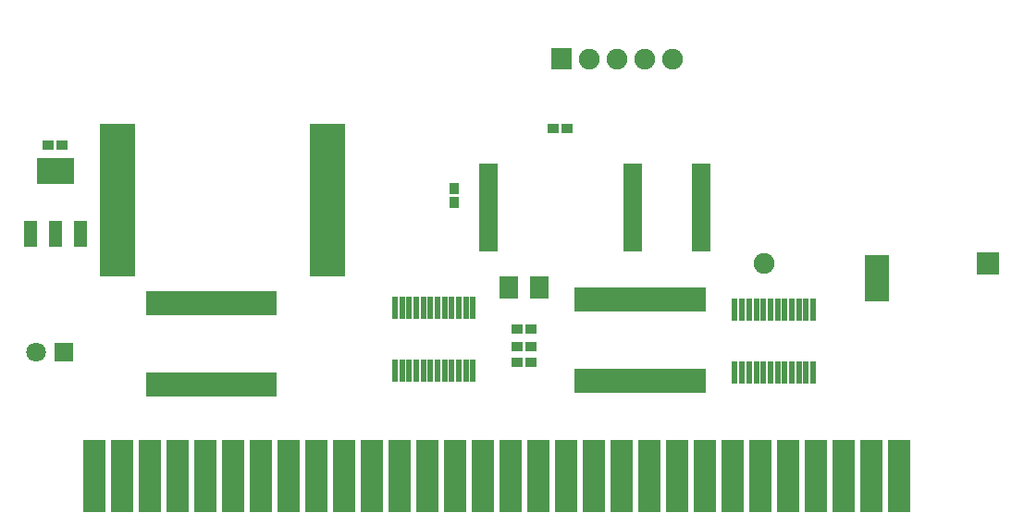
<source format=gbr>
G04 DipTrace 2.4.0.2*
%INTopMask.gbr*%
%MOIN*%
%ADD42R,0.0236X0.0787*%
%ADD44R,0.0197X0.0866*%
%ADD48R,0.126X0.0197*%
%ADD50R,0.1358X0.0925*%
%ADD52R,0.0453X0.0925*%
%ADD54R,0.0709X0.0197*%
%ADD58R,0.0787X0.2638*%
%ADD60R,0.0709X0.0787*%
%ADD62R,0.0354X0.0433*%
%ADD64C,0.0709*%
%ADD66R,0.0709X0.0709*%
%ADD68R,0.0433X0.0354*%
%ADD70R,0.0866X0.1654*%
%ADD72C,0.0748*%
%ADD74R,0.0827X0.0827*%
%FSLAX44Y44*%
G04*
G70*
G90*
G75*
G01*
%LNTopMask*%
%LPD*%
D74*
X41378Y13063D3*
D72*
X33308D3*
D70*
X37363Y12543D3*
D68*
X8000Y17313D3*
X7488D3*
D66*
X8062Y9875D3*
D64*
X7062D3*
D68*
X25689Y17939D3*
X26201D3*
D62*
X22126Y15251D3*
Y15763D3*
D68*
X24400Y9500D3*
X24911D3*
D60*
X25189Y12188D3*
X24087D3*
D58*
X9186Y5399D3*
X10186D3*
X11186D3*
X12186D3*
X13186D3*
X14186D3*
X15186D3*
X16186D3*
X17186D3*
X18186D3*
X19186D3*
X20186D3*
X21186D3*
X22186D3*
X23186D3*
X24186D3*
X25186D3*
X26186D3*
X27186D3*
X28186D3*
X29186D3*
X30186D3*
X31186D3*
X32186D3*
X33186D3*
X34186D3*
X35186D3*
X36186D3*
X37186D3*
X38186D3*
G36*
X25628Y20813D2*
X26376D1*
Y20065D1*
X25628D1*
Y20813D1*
G37*
D72*
X27002Y20439D3*
X28002D3*
X29002D3*
X30002D3*
D68*
X24400Y10063D3*
X24911D3*
X24400Y10688D3*
X24911D3*
D52*
X6875Y14126D3*
X7780D3*
X8686D3*
D50*
X7780Y16409D3*
D48*
X10000Y18000D3*
Y17803D3*
Y17606D3*
Y17409D3*
Y17212D3*
Y17015D3*
Y16818D3*
Y16622D3*
Y16425D3*
Y16228D3*
Y16031D3*
Y15834D3*
Y15637D3*
Y15440D3*
Y15244D3*
Y15047D3*
Y14850D3*
Y14653D3*
Y14456D3*
Y14259D3*
Y14063D3*
Y13866D3*
Y13669D3*
Y13472D3*
Y13275D3*
Y13078D3*
Y12881D3*
Y12685D3*
X17559D3*
Y12881D3*
Y13078D3*
Y13275D3*
Y13472D3*
Y13669D3*
Y13866D3*
Y14063D3*
Y14259D3*
Y14456D3*
Y14653D3*
Y14850D3*
Y15047D3*
Y15244D3*
Y15440D3*
Y15637D3*
Y15834D3*
Y16031D3*
Y16228D3*
Y16425D3*
Y16622D3*
Y16818D3*
Y17015D3*
Y17212D3*
Y17409D3*
Y17606D3*
Y17803D3*
Y18000D3*
D54*
X23377Y16563D3*
Y16366D3*
Y16170D3*
Y15973D3*
Y15776D3*
Y15579D3*
Y15382D3*
Y15185D3*
Y14989D3*
Y14792D3*
Y14595D3*
Y14398D3*
Y14201D3*
Y14004D3*
Y13807D3*
Y13611D3*
X28573D3*
Y13807D3*
Y14004D3*
Y14201D3*
Y14398D3*
Y14595D3*
Y14792D3*
Y14989D3*
Y15185D3*
Y15382D3*
Y15579D3*
Y15776D3*
Y15973D3*
Y16170D3*
Y16366D3*
Y16563D3*
X31034Y13611D3*
Y13807D3*
Y14004D3*
Y14201D3*
Y14398D3*
Y14595D3*
Y14792D3*
Y14989D3*
Y15185D3*
Y15382D3*
Y15579D3*
Y15776D3*
Y15973D3*
Y16170D3*
Y16366D3*
Y16563D3*
D44*
X11125Y8687D3*
X11322D3*
X11518D3*
X11715D3*
X11912D3*
X12109D3*
X12306D3*
X12503D3*
X12700D3*
X12896D3*
X13093D3*
X13290D3*
X13487D3*
X13684D3*
X13881D3*
X14077D3*
X14274D3*
X14471D3*
X14668D3*
X14865D3*
X15062D3*
X15259D3*
X15455D3*
X15652D3*
Y11640D3*
X15455D3*
X15259D3*
X15062D3*
X14865D3*
X14668D3*
X14471D3*
X14274D3*
X14077D3*
X13881D3*
X13684D3*
X13487D3*
X13290D3*
X13093D3*
X12896D3*
X12700D3*
X12503D3*
X12306D3*
X12109D3*
X11912D3*
X11715D3*
X11518D3*
X11322D3*
X11125D3*
X26564Y8813D3*
X26761D3*
X26958D3*
X27155D3*
X27352D3*
X27549D3*
X27745D3*
X27942D3*
X28139D3*
X28336D3*
X28533D3*
X28730D3*
X28927D3*
X29123D3*
X29320D3*
X29517D3*
X29714D3*
X29911D3*
X30108D3*
X30305D3*
X30501D3*
X30698D3*
X30895D3*
X31092D3*
Y11765D3*
X30895D3*
X30698D3*
X30501D3*
X30305D3*
X30108D3*
X29911D3*
X29714D3*
X29517D3*
X29320D3*
X29123D3*
X28927D3*
X28730D3*
X28533D3*
X28336D3*
X28139D3*
X27942D3*
X27745D3*
X27549D3*
X27352D3*
X27155D3*
X26958D3*
X26761D3*
X26564D3*
D42*
X20001Y9188D3*
X20257D3*
X20513D3*
X20769D3*
X21025D3*
X21281D3*
X21537D3*
X21793D3*
X22048D3*
X22304D3*
X22560D3*
X22816D3*
Y11471D3*
X22560D3*
X22304D3*
X22048D3*
X21793D3*
X21537D3*
X21281D3*
X21025D3*
X20769D3*
X20513D3*
X20257D3*
X20001D3*
X32252Y9125D3*
X32508D3*
X32764D3*
X33020D3*
X33276D3*
X33532D3*
X33788D3*
X34044D3*
X34300D3*
X34556D3*
X34812D3*
X35067D3*
Y11409D3*
X34812D3*
X34556D3*
X34300D3*
X34044D3*
X33788D3*
X33532D3*
X33276D3*
X33020D3*
X32764D3*
X32508D3*
X32252D3*
M02*

</source>
